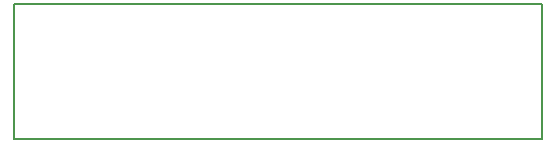
<source format=gbr>
G04 #@! TF.FileFunction,Profile,NP*
%FSLAX46Y46*%
G04 Gerber Fmt 4.6, Leading zero omitted, Abs format (unit mm)*
G04 Created by KiCad (PCBNEW 0.201601262101+6516~42~ubuntu15.10.1-product) date Wed 27 Jan 2016 01:39:49 PM CET*
%MOMM*%
G01*
G04 APERTURE LIST*
%ADD10C,0.020000*%
%ADD11C,0.150000*%
G04 APERTURE END LIST*
D10*
D11*
X139700000Y-108712000D02*
X166878000Y-108712000D01*
X139700000Y-97282000D02*
X139700000Y-108712000D01*
X184404000Y-97282000D02*
X139700000Y-97282000D01*
X184404000Y-108712000D02*
X184404000Y-97282000D01*
X166878000Y-108712000D02*
X184404000Y-108712000D01*
M02*

</source>
